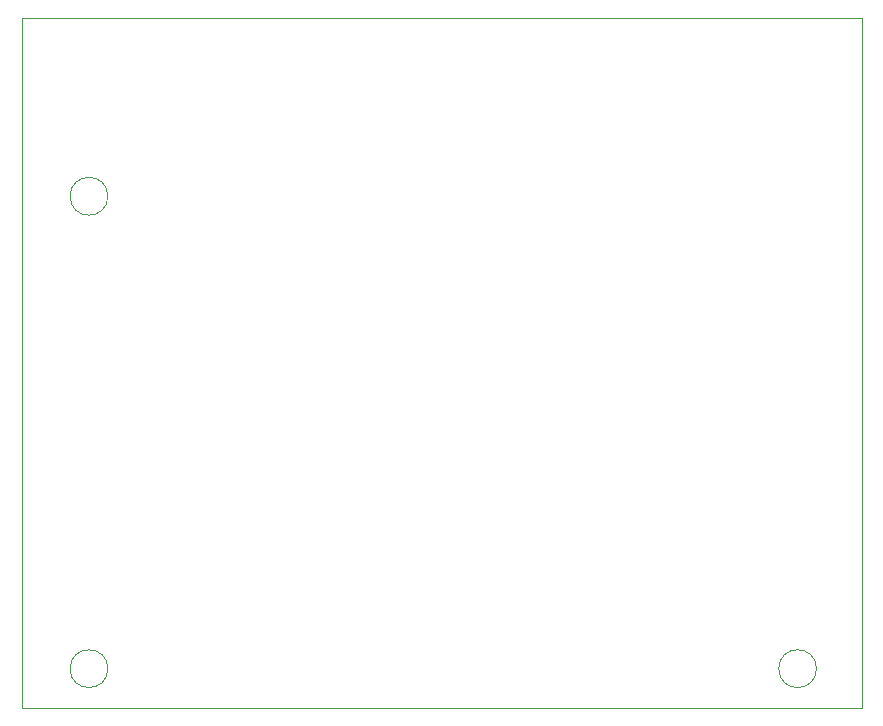
<source format=gbr>
%TF.GenerationSoftware,KiCad,Pcbnew,(6.0.6)*%
%TF.CreationDate,2023-03-29T11:00:03+02:00*%
%TF.ProjectId,ArduinoCAN board,41726475-696e-46f4-9341-4e20626f6172,rev?*%
%TF.SameCoordinates,Original*%
%TF.FileFunction,Profile,NP*%
%FSLAX46Y46*%
G04 Gerber Fmt 4.6, Leading zero omitted, Abs format (unit mm)*
G04 Created by KiCad (PCBNEW (6.0.6)) date 2023-03-29 11:00:03*
%MOMM*%
%LPD*%
G01*
G04 APERTURE LIST*
%TA.AperFunction,Profile*%
%ADD10C,0.100000*%
%TD*%
G04 APERTURE END LIST*
D10*
X181600000Y-113500000D02*
G75*
G03*
X181600000Y-113500000I-1600000J0D01*
G01*
X121600000Y-73500000D02*
G75*
G03*
X121600000Y-73500000I-1600000J0D01*
G01*
X114300000Y-58420000D02*
X185420000Y-58420000D01*
X185420000Y-58420000D02*
X185420000Y-116840000D01*
X185420000Y-116840000D02*
X114300000Y-116840000D01*
X114300000Y-116840000D02*
X114300000Y-58420000D01*
X121600000Y-113500000D02*
G75*
G03*
X121600000Y-113500000I-1600000J0D01*
G01*
M02*

</source>
